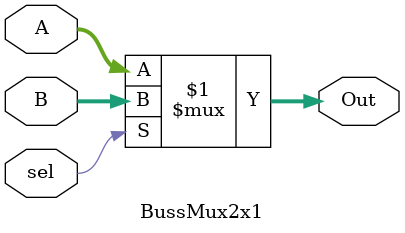
<source format=v>
module BussMux2x1 (
	A, 
	B,
	sel,
	Out
	);

input [31:0] A;
input [31:0] B;
input sel;
output [31:0] Out ;
assign Out = sel?(B):(A);
endmodule
</source>
